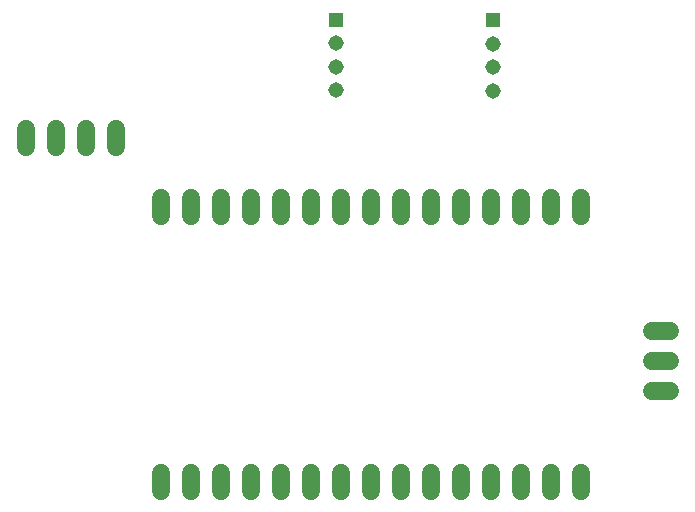
<source format=gbr>
G04 EAGLE Gerber RS-274X export*
G75*
%MOMM*%
%FSLAX34Y34*%
%LPD*%
%INBottom Copper*%
%IPPOS*%
%AMOC8*
5,1,8,0,0,1.08239X$1,22.5*%
G01*
%ADD10R,1.308000X1.308000*%
%ADD11C,1.308000*%
%ADD12C,1.524000*%


D10*
X690800Y460500D03*
D11*
X690800Y440500D03*
X690800Y420500D03*
X690800Y400500D03*
D10*
X823810Y460000D03*
D11*
X823810Y440000D03*
X823810Y420000D03*
X823810Y400000D03*
D12*
X898250Y76820D02*
X898250Y61580D01*
X872850Y61580D02*
X872850Y76820D01*
X847450Y76820D02*
X847450Y61580D01*
X822050Y61580D02*
X822050Y76820D01*
X796650Y76820D02*
X796650Y61580D01*
X771250Y61580D02*
X771250Y76820D01*
X745850Y76820D02*
X745850Y61580D01*
X720450Y61580D02*
X720450Y76820D01*
X695050Y76820D02*
X695050Y61580D01*
X669650Y61580D02*
X669650Y76820D01*
X644250Y76820D02*
X644250Y61580D01*
X618850Y61580D02*
X618850Y76820D01*
X593450Y76820D02*
X593450Y61580D01*
X568050Y61580D02*
X568050Y76820D01*
X542650Y76820D02*
X542650Y61580D01*
X898000Y294580D02*
X898000Y309820D01*
X872600Y309820D02*
X872600Y294580D01*
X847200Y294580D02*
X847200Y309820D01*
X821800Y309820D02*
X821800Y294580D01*
X796400Y294580D02*
X796400Y309820D01*
X771000Y309820D02*
X771000Y294580D01*
X745600Y294580D02*
X745600Y309820D01*
X720200Y309820D02*
X720200Y294580D01*
X694800Y294580D02*
X694800Y309820D01*
X669400Y309820D02*
X669400Y294580D01*
X644000Y294580D02*
X644000Y309820D01*
X618600Y309820D02*
X618600Y294580D01*
X593200Y294580D02*
X593200Y309820D01*
X567800Y309820D02*
X567800Y294580D01*
X542400Y294580D02*
X542400Y309820D01*
X958390Y196590D02*
X973630Y196590D01*
X973630Y171190D02*
X958390Y171190D01*
X958390Y145790D02*
X973630Y145790D01*
X504290Y352380D02*
X504290Y367620D01*
X478890Y367620D02*
X478890Y352380D01*
X453490Y352380D02*
X453490Y367620D01*
X428090Y367620D02*
X428090Y352380D01*
M02*

</source>
